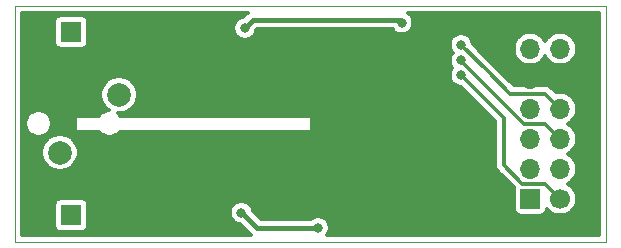
<source format=gbr>
%TF.GenerationSoftware,KiCad,Pcbnew,5.1.9*%
%TF.CreationDate,2021-02-16T17:41:26+03:00*%
%TF.ProjectId,dual-mcp3201-pmod,6475616c-2d6d-4637-9033-3230312d706d,rev?*%
%TF.SameCoordinates,PX4c4b400PY8583b00*%
%TF.FileFunction,Copper,L2,Bot*%
%TF.FilePolarity,Positive*%
%FSLAX46Y46*%
G04 Gerber Fmt 4.6, Leading zero omitted, Abs format (unit mm)*
G04 Created by KiCad (PCBNEW 5.1.9) date 2021-02-16 17:41:26*
%MOMM*%
%LPD*%
G01*
G04 APERTURE LIST*
%TA.AperFunction,Profile*%
%ADD10C,0.050000*%
%TD*%
%TA.AperFunction,ComponentPad*%
%ADD11O,1.700000X1.700000*%
%TD*%
%TA.AperFunction,ComponentPad*%
%ADD12R,1.700000X1.700000*%
%TD*%
%TA.AperFunction,ComponentPad*%
%ADD13C,1.700000*%
%TD*%
%TA.AperFunction,ComponentPad*%
%ADD14C,2.000000*%
%TD*%
%TA.AperFunction,ViaPad*%
%ADD15C,0.800000*%
%TD*%
%TA.AperFunction,Conductor*%
%ADD16C,0.400000*%
%TD*%
%TA.AperFunction,Conductor*%
%ADD17C,0.300000*%
%TD*%
%TA.AperFunction,Conductor*%
%ADD18C,0.350000*%
%TD*%
%TA.AperFunction,Conductor*%
%ADD19C,0.100000*%
%TD*%
G04 APERTURE END LIST*
D10*
X50000000Y20000000D02*
X0Y20000000D01*
X50000000Y0D02*
X50000000Y20000000D01*
X0Y0D02*
X50000000Y0D01*
X0Y20000000D02*
X0Y0D01*
D11*
%TO.P,X4,2*%
%TO.N,GND*%
X2210000Y17750000D03*
D12*
%TO.P,X4,1*%
%TO.N,Net-(C9-Pad2)*%
X4750000Y17750000D03*
%TD*%
D11*
%TO.P,X3,2*%
%TO.N,GND*%
X2210000Y2250000D03*
D12*
%TO.P,X3,1*%
%TO.N,Net-(C2-Pad2)*%
X4750000Y2250000D03*
%TD*%
D13*
%TO.P,X2,7*%
%TO.N,/CS_N1*%
X46170000Y3650000D03*
D12*
%TO.P,X2,1*%
%TO.N,/CS_N0*%
X43630000Y3650000D03*
D11*
%TO.P,X2,8*%
%TO.N,Net-(X2-Pad8)*%
X46170000Y6190000D03*
%TO.P,X2,2*%
%TO.N,Net-(X2-Pad2)*%
X43630000Y6190000D03*
%TO.P,X2,9*%
%TO.N,/MISO1*%
X46170000Y8730000D03*
%TO.P,X2,3*%
%TO.N,/MISO0*%
X43630000Y8730000D03*
%TO.P,X2,10*%
%TO.N,/SCLK1*%
X46170000Y11270000D03*
%TO.P,X2,4*%
%TO.N,/SCLK0*%
X43630000Y11270000D03*
%TO.P,X2,11*%
%TO.N,GND*%
X46170000Y13810000D03*
%TO.P,X2,5*%
X43630000Y13810000D03*
%TO.P,X2,12*%
%TO.N,+VDD_3.3V*%
X46170000Y16350000D03*
%TO.P,X2,6*%
X43630000Y16350000D03*
%TD*%
D14*
%TO.P,X1,3*%
%TO.N,Net-(C9-Pad2)*%
X8800000Y12450000D03*
%TO.P,X1,2*%
%TO.N,Net-(C2-Pad2)*%
X3800000Y7550000D03*
%TO.P,X1,1*%
%TO.N,GND*%
X2000000Y12450000D03*
%TD*%
D15*
%TO.N,Net-(C1-Pad2)*%
X25670000Y1190000D03*
X19170000Y2470000D03*
%TO.N,GND*%
X41350000Y1200000D03*
X11700000Y18650000D03*
X11700000Y8400000D03*
X11700000Y11600000D03*
X38750000Y8450000D03*
X30250000Y7500000D03*
X35250000Y8500000D03*
X29095000Y14095000D03*
X19450000Y6250000D03*
X19450000Y16750000D03*
X26250000Y14750000D03*
X26250000Y9300000D03*
X29050000Y1600000D03*
X23700000Y3375000D03*
X17750000Y4800000D03*
X17750000Y15050000D03*
X23700000Y13640000D03*
X41799998Y18250000D03*
%TO.N,/SCLK1*%
X37775000Y16675000D03*
%TO.N,/MISO1*%
X37775000Y15350000D03*
%TO.N,/CS_N1*%
X37775000Y14100000D03*
%TO.N,Net-(C8-Pad2)*%
X19460000Y18070000D03*
X32740000Y18560000D03*
%TD*%
D16*
%TO.N,Net-(C1-Pad2)*%
X19180000Y2470000D02*
X19170000Y2470000D01*
X20460000Y1190000D02*
X19180000Y2470000D01*
X25670000Y1190000D02*
X20460000Y1190000D01*
%TO.N,/SCLK1*%
X37775000Y16675000D02*
X37845000Y16675000D01*
D17*
X40020000Y14430000D02*
X37775000Y16675000D01*
X44900000Y12540000D02*
X41910000Y12540000D01*
X41910000Y12540000D02*
X40020000Y14430000D01*
X46170000Y11270000D02*
X44900000Y12540000D01*
%TO.N,/MISO1*%
X37775000Y15275000D02*
X37775000Y15350000D01*
X43050000Y10000000D02*
X37775000Y15275000D01*
X44900000Y10000000D02*
X43050000Y10000000D01*
X46170000Y8730000D02*
X44900000Y10000000D01*
D16*
%TO.N,/CS_N1*%
X46050002Y3650000D02*
X46170000Y3650000D01*
D17*
X41370000Y10500000D02*
X41370000Y6470000D01*
X37775000Y14095000D02*
X41370000Y10500000D01*
X37775000Y14100000D02*
X37775000Y14095000D01*
X44890000Y4930000D02*
X46170000Y3650000D01*
X42910000Y4930000D02*
X44890000Y4930000D01*
X41370000Y6470000D02*
X42910000Y4930000D01*
D16*
%TO.N,Net-(C8-Pad2)*%
X32550000Y18750000D02*
X20140000Y18750000D01*
X20140000Y18750000D02*
X19460000Y18070000D01*
X32740000Y18560000D02*
X32550000Y18750000D01*
%TD*%
D18*
%TO.N,GND*%
X19707349Y19397506D02*
X19664888Y19362658D01*
X19589341Y19300659D01*
X19565072Y19271087D01*
X19332782Y19038796D01*
X19175603Y19007532D01*
X18998164Y18934034D01*
X18838473Y18827332D01*
X18702668Y18691527D01*
X18595966Y18531836D01*
X18522468Y18354397D01*
X18485000Y18166029D01*
X18485000Y17973971D01*
X18522468Y17785603D01*
X18595966Y17608164D01*
X18702668Y17448473D01*
X18838473Y17312668D01*
X18998164Y17205966D01*
X19175603Y17132468D01*
X19363971Y17095000D01*
X19556029Y17095000D01*
X19744397Y17132468D01*
X19921836Y17205966D01*
X20081527Y17312668D01*
X20217332Y17448473D01*
X20324034Y17608164D01*
X20397532Y17785603D01*
X20428796Y17942782D01*
X20461015Y17975000D01*
X31958261Y17975000D01*
X31982668Y17938473D01*
X32118473Y17802668D01*
X32278164Y17695966D01*
X32455603Y17622468D01*
X32643971Y17585000D01*
X32836029Y17585000D01*
X33024397Y17622468D01*
X33201836Y17695966D01*
X33361527Y17802668D01*
X33497332Y17938473D01*
X33604034Y18098164D01*
X33677532Y18275603D01*
X33715000Y18463971D01*
X33715000Y18656029D01*
X33677532Y18844397D01*
X33604034Y19021836D01*
X33497332Y19181527D01*
X33361527Y19317332D01*
X33237805Y19400000D01*
X49400001Y19400000D01*
X49400000Y600000D01*
X26448398Y600000D01*
X26534034Y728164D01*
X26607532Y905603D01*
X26645000Y1093971D01*
X26645000Y1286029D01*
X26607532Y1474397D01*
X26534034Y1651836D01*
X26427332Y1811527D01*
X26291527Y1947332D01*
X26131836Y2054034D01*
X25954397Y2127532D01*
X25766029Y2165000D01*
X25573971Y2165000D01*
X25385603Y2127532D01*
X25208164Y2054034D01*
X25074915Y1965000D01*
X20781015Y1965000D01*
X20136313Y2609701D01*
X20107532Y2754397D01*
X20034034Y2931836D01*
X19927332Y3091527D01*
X19791527Y3227332D01*
X19631836Y3334034D01*
X19454397Y3407532D01*
X19266029Y3445000D01*
X19073971Y3445000D01*
X18885603Y3407532D01*
X18708164Y3334034D01*
X18548473Y3227332D01*
X18412668Y3091527D01*
X18305966Y2931836D01*
X18232468Y2754397D01*
X18195000Y2566029D01*
X18195000Y2373971D01*
X18232468Y2185603D01*
X18305966Y2008164D01*
X18412668Y1848473D01*
X18548473Y1712668D01*
X18708164Y1605966D01*
X18885603Y1532468D01*
X19055265Y1498721D01*
X19885072Y668913D01*
X19909341Y639341D01*
X19957278Y600000D01*
X600000Y600000D01*
X600000Y3100000D01*
X3322218Y3100000D01*
X3322218Y1400000D01*
X3333320Y1287280D01*
X3366199Y1178892D01*
X3419592Y1079002D01*
X3491446Y991446D01*
X3579002Y919592D01*
X3678892Y866199D01*
X3787280Y833320D01*
X3900000Y822218D01*
X5600000Y822218D01*
X5712720Y833320D01*
X5821108Y866199D01*
X5920998Y919592D01*
X6008554Y991446D01*
X6080408Y1079002D01*
X6133801Y1178892D01*
X6166680Y1287280D01*
X6177782Y1400000D01*
X6177782Y3100000D01*
X6166680Y3212720D01*
X6133801Y3321108D01*
X6080408Y3420998D01*
X6008554Y3508554D01*
X5920998Y3580408D01*
X5821108Y3633801D01*
X5712720Y3666680D01*
X5600000Y3677782D01*
X3900000Y3677782D01*
X3787280Y3666680D01*
X3678892Y3633801D01*
X3579002Y3580408D01*
X3491446Y3508554D01*
X3419592Y3420998D01*
X3366199Y3321108D01*
X3333320Y3212720D01*
X3322218Y3100000D01*
X600000Y3100000D01*
X600000Y7705124D01*
X2225000Y7705124D01*
X2225000Y7394876D01*
X2285526Y7090589D01*
X2404253Y6803958D01*
X2576617Y6545996D01*
X2795996Y6326617D01*
X3053958Y6154253D01*
X3340589Y6035526D01*
X3644876Y5975000D01*
X3955124Y5975000D01*
X4259411Y6035526D01*
X4546042Y6154253D01*
X4804004Y6326617D01*
X5023383Y6545996D01*
X5195747Y6803958D01*
X5314474Y7090589D01*
X5375000Y7394876D01*
X5375000Y7705124D01*
X5314474Y8009411D01*
X5195747Y8296042D01*
X5023383Y8554004D01*
X4804004Y8773383D01*
X4546042Y8945747D01*
X4259411Y9064474D01*
X3955124Y9125000D01*
X3644876Y9125000D01*
X3340589Y9064474D01*
X3053958Y8945747D01*
X2795996Y8773383D01*
X2576617Y8554004D01*
X2404253Y8296042D01*
X2285526Y8009411D01*
X2225000Y7705124D01*
X600000Y7705124D01*
X600000Y10110803D01*
X875000Y10110803D01*
X875000Y9889197D01*
X918233Y9671850D01*
X1003038Y9467113D01*
X1126156Y9282855D01*
X1282855Y9126156D01*
X1467113Y9003038D01*
X1671850Y8918233D01*
X1889197Y8875000D01*
X2110803Y8875000D01*
X2328150Y8918233D01*
X2532887Y9003038D01*
X2717145Y9126156D01*
X2873844Y9282855D01*
X2996962Y9467113D01*
X3081767Y9671850D01*
X3125000Y9889197D01*
X3125000Y10110803D01*
X3081767Y10328150D01*
X3010585Y10500000D01*
X5075000Y10500000D01*
X5075000Y9500000D01*
X5078363Y9465859D01*
X5088321Y9433030D01*
X5104493Y9402775D01*
X5126256Y9376256D01*
X5152775Y9354493D01*
X5183030Y9338321D01*
X5215859Y9328363D01*
X5250000Y9325000D01*
X7097995Y9325000D01*
X7126156Y9282855D01*
X7282855Y9126156D01*
X7467113Y9003038D01*
X7671850Y8918233D01*
X7889197Y8875000D01*
X8110803Y8875000D01*
X8328150Y8918233D01*
X8532887Y9003038D01*
X8717145Y9126156D01*
X8873844Y9282855D01*
X8902005Y9325000D01*
X25000000Y9325000D01*
X25034141Y9328363D01*
X25066970Y9338321D01*
X25097225Y9354493D01*
X25123744Y9376256D01*
X25145507Y9402775D01*
X25161679Y9433030D01*
X25171637Y9465859D01*
X25175000Y9500000D01*
X25175000Y10500000D01*
X25171637Y10534141D01*
X25161679Y10566970D01*
X25145507Y10597225D01*
X25123744Y10623744D01*
X25097225Y10645507D01*
X25066970Y10661679D01*
X25034141Y10671637D01*
X25000000Y10675000D01*
X8902005Y10675000D01*
X8873844Y10717145D01*
X8717145Y10873844D01*
X8715415Y10875000D01*
X8955124Y10875000D01*
X9259411Y10935526D01*
X9546042Y11054253D01*
X9804004Y11226617D01*
X10023383Y11445996D01*
X10195747Y11703958D01*
X10314474Y11990589D01*
X10375000Y12294876D01*
X10375000Y12605124D01*
X10314474Y12909411D01*
X10195747Y13196042D01*
X10023383Y13454004D01*
X9804004Y13673383D01*
X9546042Y13845747D01*
X9259411Y13964474D01*
X8955124Y14025000D01*
X8644876Y14025000D01*
X8340589Y13964474D01*
X8053958Y13845747D01*
X7795996Y13673383D01*
X7576617Y13454004D01*
X7404253Y13196042D01*
X7285526Y12909411D01*
X7225000Y12605124D01*
X7225000Y12294876D01*
X7285526Y11990589D01*
X7404253Y11703958D01*
X7576617Y11445996D01*
X7795996Y11226617D01*
X7948077Y11125000D01*
X7889197Y11125000D01*
X7671850Y11081767D01*
X7467113Y10996962D01*
X7282855Y10873844D01*
X7126156Y10717145D01*
X7097995Y10675000D01*
X5250000Y10675000D01*
X5215859Y10671637D01*
X5183030Y10661679D01*
X5152775Y10645507D01*
X5126256Y10623744D01*
X5104493Y10597225D01*
X5088321Y10566970D01*
X5078363Y10534141D01*
X5075000Y10500000D01*
X3010585Y10500000D01*
X2996962Y10532887D01*
X2873844Y10717145D01*
X2717145Y10873844D01*
X2532887Y10996962D01*
X2328150Y11081767D01*
X2110803Y11125000D01*
X1889197Y11125000D01*
X1671850Y11081767D01*
X1467113Y10996962D01*
X1282855Y10873844D01*
X1126156Y10717145D01*
X1003038Y10532887D01*
X918233Y10328150D01*
X875000Y10110803D01*
X600000Y10110803D01*
X600000Y18600000D01*
X3322218Y18600000D01*
X3322218Y16900000D01*
X3333320Y16787280D01*
X3366199Y16678892D01*
X3419592Y16579002D01*
X3491446Y16491446D01*
X3579002Y16419592D01*
X3678892Y16366199D01*
X3787280Y16333320D01*
X3900000Y16322218D01*
X5600000Y16322218D01*
X5712720Y16333320D01*
X5821108Y16366199D01*
X5920998Y16419592D01*
X6008554Y16491446D01*
X6080408Y16579002D01*
X6133801Y16678892D01*
X6161750Y16771029D01*
X36800000Y16771029D01*
X36800000Y16578971D01*
X36837468Y16390603D01*
X36910966Y16213164D01*
X37017668Y16053473D01*
X37058641Y16012500D01*
X37017668Y15971527D01*
X36910966Y15811836D01*
X36837468Y15634397D01*
X36800000Y15446029D01*
X36800000Y15253971D01*
X36837468Y15065603D01*
X36910966Y14888164D01*
X37017668Y14728473D01*
X37021141Y14725000D01*
X37017668Y14721527D01*
X36910966Y14561836D01*
X36837468Y14384397D01*
X36800000Y14196029D01*
X36800000Y14003971D01*
X36837468Y13815603D01*
X36910966Y13638164D01*
X37017668Y13478473D01*
X37153473Y13342668D01*
X37313164Y13235966D01*
X37490603Y13162468D01*
X37678971Y13125000D01*
X37719696Y13125000D01*
X40645000Y10199695D01*
X40645001Y6505607D01*
X40641494Y6470000D01*
X40655492Y6327876D01*
X40696947Y6191213D01*
X40764269Y6065264D01*
X40832170Y5982526D01*
X40832173Y5982523D01*
X40854869Y5954868D01*
X40882523Y5932173D01*
X42212303Y4602392D01*
X42202218Y4500000D01*
X42202218Y2800000D01*
X42213320Y2687280D01*
X42246199Y2578892D01*
X42299592Y2479002D01*
X42371446Y2391446D01*
X42459002Y2319592D01*
X42558892Y2266199D01*
X42667280Y2233320D01*
X42780000Y2222218D01*
X44480000Y2222218D01*
X44592720Y2233320D01*
X44701108Y2266199D01*
X44800998Y2319592D01*
X44888554Y2391446D01*
X44960408Y2479002D01*
X45013801Y2578892D01*
X45046680Y2687280D01*
X45053457Y2756091D01*
X45063130Y2741615D01*
X45261615Y2543130D01*
X45495009Y2387181D01*
X45754343Y2279762D01*
X46029650Y2225000D01*
X46310350Y2225000D01*
X46585657Y2279762D01*
X46844991Y2387181D01*
X47078385Y2543130D01*
X47276870Y2741615D01*
X47432819Y2975009D01*
X47540238Y3234343D01*
X47595000Y3509650D01*
X47595000Y3790350D01*
X47540238Y4065657D01*
X47432819Y4324991D01*
X47276870Y4558385D01*
X47078385Y4756870D01*
X46844991Y4912819D01*
X46827654Y4920000D01*
X46844991Y4927181D01*
X47078385Y5083130D01*
X47276870Y5281615D01*
X47432819Y5515009D01*
X47540238Y5774343D01*
X47595000Y6049650D01*
X47595000Y6330350D01*
X47540238Y6605657D01*
X47432819Y6864991D01*
X47276870Y7098385D01*
X47078385Y7296870D01*
X46844991Y7452819D01*
X46827654Y7460000D01*
X46844991Y7467181D01*
X47078385Y7623130D01*
X47276870Y7821615D01*
X47432819Y8055009D01*
X47540238Y8314343D01*
X47595000Y8589650D01*
X47595000Y8870350D01*
X47540238Y9145657D01*
X47432819Y9404991D01*
X47276870Y9638385D01*
X47078385Y9836870D01*
X46844991Y9992819D01*
X46827654Y10000000D01*
X46844991Y10007181D01*
X47078385Y10163130D01*
X47276870Y10361615D01*
X47432819Y10595009D01*
X47540238Y10854343D01*
X47595000Y11129650D01*
X47595000Y11410350D01*
X47540238Y11685657D01*
X47432819Y11944991D01*
X47276870Y12178385D01*
X47078385Y12376870D01*
X46844991Y12532819D01*
X46585657Y12640238D01*
X46310350Y12695000D01*
X46029650Y12695000D01*
X45813333Y12651972D01*
X45437832Y13027472D01*
X45415132Y13055132D01*
X45304737Y13145731D01*
X45178788Y13213053D01*
X45042125Y13254509D01*
X44935607Y13265000D01*
X44935597Y13265000D01*
X44900000Y13268506D01*
X44864403Y13265000D01*
X42210305Y13265000D01*
X40557834Y14917470D01*
X40557830Y14917475D01*
X38984955Y16490350D01*
X42205000Y16490350D01*
X42205000Y16209650D01*
X42259762Y15934343D01*
X42367181Y15675009D01*
X42523130Y15441615D01*
X42721615Y15243130D01*
X42955009Y15087181D01*
X43214343Y14979762D01*
X43489650Y14925000D01*
X43770350Y14925000D01*
X44045657Y14979762D01*
X44304991Y15087181D01*
X44538385Y15243130D01*
X44736870Y15441615D01*
X44892819Y15675009D01*
X44900000Y15692346D01*
X44907181Y15675009D01*
X45063130Y15441615D01*
X45261615Y15243130D01*
X45495009Y15087181D01*
X45754343Y14979762D01*
X46029650Y14925000D01*
X46310350Y14925000D01*
X46585657Y14979762D01*
X46844991Y15087181D01*
X47078385Y15243130D01*
X47276870Y15441615D01*
X47432819Y15675009D01*
X47540238Y15934343D01*
X47595000Y16209650D01*
X47595000Y16490350D01*
X47540238Y16765657D01*
X47432819Y17024991D01*
X47276870Y17258385D01*
X47078385Y17456870D01*
X46844991Y17612819D01*
X46585657Y17720238D01*
X46310350Y17775000D01*
X46029650Y17775000D01*
X45754343Y17720238D01*
X45495009Y17612819D01*
X45261615Y17456870D01*
X45063130Y17258385D01*
X44907181Y17024991D01*
X44900000Y17007654D01*
X44892819Y17024991D01*
X44736870Y17258385D01*
X44538385Y17456870D01*
X44304991Y17612819D01*
X44045657Y17720238D01*
X43770350Y17775000D01*
X43489650Y17775000D01*
X43214343Y17720238D01*
X42955009Y17612819D01*
X42721615Y17456870D01*
X42523130Y17258385D01*
X42367181Y17024991D01*
X42259762Y16765657D01*
X42205000Y16490350D01*
X38984955Y16490350D01*
X38750000Y16725304D01*
X38750000Y16771029D01*
X38712532Y16959397D01*
X38639034Y17136836D01*
X38532332Y17296527D01*
X38396527Y17432332D01*
X38236836Y17539034D01*
X38059397Y17612532D01*
X37871029Y17650000D01*
X37678971Y17650000D01*
X37490603Y17612532D01*
X37313164Y17539034D01*
X37153473Y17432332D01*
X37017668Y17296527D01*
X36910966Y17136836D01*
X36837468Y16959397D01*
X36800000Y16771029D01*
X6161750Y16771029D01*
X6166680Y16787280D01*
X6177782Y16900000D01*
X6177782Y18600000D01*
X6166680Y18712720D01*
X6133801Y18821108D01*
X6080408Y18920998D01*
X6008554Y19008554D01*
X5920998Y19080408D01*
X5821108Y19133801D01*
X5712720Y19166680D01*
X5600000Y19177782D01*
X3900000Y19177782D01*
X3787280Y19166680D01*
X3678892Y19133801D01*
X3579002Y19080408D01*
X3491446Y19008554D01*
X3419592Y18920998D01*
X3366199Y18821108D01*
X3333320Y18712720D01*
X3322218Y18600000D01*
X600000Y18600000D01*
X600000Y19400000D01*
X19712015Y19400000D01*
X19707349Y19397506D01*
%TA.AperFunction,Conductor*%
D19*
G36*
X19707349Y19397506D02*
G01*
X19664888Y19362658D01*
X19589341Y19300659D01*
X19565072Y19271087D01*
X19332782Y19038796D01*
X19175603Y19007532D01*
X18998164Y18934034D01*
X18838473Y18827332D01*
X18702668Y18691527D01*
X18595966Y18531836D01*
X18522468Y18354397D01*
X18485000Y18166029D01*
X18485000Y17973971D01*
X18522468Y17785603D01*
X18595966Y17608164D01*
X18702668Y17448473D01*
X18838473Y17312668D01*
X18998164Y17205966D01*
X19175603Y17132468D01*
X19363971Y17095000D01*
X19556029Y17095000D01*
X19744397Y17132468D01*
X19921836Y17205966D01*
X20081527Y17312668D01*
X20217332Y17448473D01*
X20324034Y17608164D01*
X20397532Y17785603D01*
X20428796Y17942782D01*
X20461015Y17975000D01*
X31958261Y17975000D01*
X31982668Y17938473D01*
X32118473Y17802668D01*
X32278164Y17695966D01*
X32455603Y17622468D01*
X32643971Y17585000D01*
X32836029Y17585000D01*
X33024397Y17622468D01*
X33201836Y17695966D01*
X33361527Y17802668D01*
X33497332Y17938473D01*
X33604034Y18098164D01*
X33677532Y18275603D01*
X33715000Y18463971D01*
X33715000Y18656029D01*
X33677532Y18844397D01*
X33604034Y19021836D01*
X33497332Y19181527D01*
X33361527Y19317332D01*
X33237805Y19400000D01*
X49400001Y19400000D01*
X49400000Y600000D01*
X26448398Y600000D01*
X26534034Y728164D01*
X26607532Y905603D01*
X26645000Y1093971D01*
X26645000Y1286029D01*
X26607532Y1474397D01*
X26534034Y1651836D01*
X26427332Y1811527D01*
X26291527Y1947332D01*
X26131836Y2054034D01*
X25954397Y2127532D01*
X25766029Y2165000D01*
X25573971Y2165000D01*
X25385603Y2127532D01*
X25208164Y2054034D01*
X25074915Y1965000D01*
X20781015Y1965000D01*
X20136313Y2609701D01*
X20107532Y2754397D01*
X20034034Y2931836D01*
X19927332Y3091527D01*
X19791527Y3227332D01*
X19631836Y3334034D01*
X19454397Y3407532D01*
X19266029Y3445000D01*
X19073971Y3445000D01*
X18885603Y3407532D01*
X18708164Y3334034D01*
X18548473Y3227332D01*
X18412668Y3091527D01*
X18305966Y2931836D01*
X18232468Y2754397D01*
X18195000Y2566029D01*
X18195000Y2373971D01*
X18232468Y2185603D01*
X18305966Y2008164D01*
X18412668Y1848473D01*
X18548473Y1712668D01*
X18708164Y1605966D01*
X18885603Y1532468D01*
X19055265Y1498721D01*
X19885072Y668913D01*
X19909341Y639341D01*
X19957278Y600000D01*
X600000Y600000D01*
X600000Y3100000D01*
X3322218Y3100000D01*
X3322218Y1400000D01*
X3333320Y1287280D01*
X3366199Y1178892D01*
X3419592Y1079002D01*
X3491446Y991446D01*
X3579002Y919592D01*
X3678892Y866199D01*
X3787280Y833320D01*
X3900000Y822218D01*
X5600000Y822218D01*
X5712720Y833320D01*
X5821108Y866199D01*
X5920998Y919592D01*
X6008554Y991446D01*
X6080408Y1079002D01*
X6133801Y1178892D01*
X6166680Y1287280D01*
X6177782Y1400000D01*
X6177782Y3100000D01*
X6166680Y3212720D01*
X6133801Y3321108D01*
X6080408Y3420998D01*
X6008554Y3508554D01*
X5920998Y3580408D01*
X5821108Y3633801D01*
X5712720Y3666680D01*
X5600000Y3677782D01*
X3900000Y3677782D01*
X3787280Y3666680D01*
X3678892Y3633801D01*
X3579002Y3580408D01*
X3491446Y3508554D01*
X3419592Y3420998D01*
X3366199Y3321108D01*
X3333320Y3212720D01*
X3322218Y3100000D01*
X600000Y3100000D01*
X600000Y7705124D01*
X2225000Y7705124D01*
X2225000Y7394876D01*
X2285526Y7090589D01*
X2404253Y6803958D01*
X2576617Y6545996D01*
X2795996Y6326617D01*
X3053958Y6154253D01*
X3340589Y6035526D01*
X3644876Y5975000D01*
X3955124Y5975000D01*
X4259411Y6035526D01*
X4546042Y6154253D01*
X4804004Y6326617D01*
X5023383Y6545996D01*
X5195747Y6803958D01*
X5314474Y7090589D01*
X5375000Y7394876D01*
X5375000Y7705124D01*
X5314474Y8009411D01*
X5195747Y8296042D01*
X5023383Y8554004D01*
X4804004Y8773383D01*
X4546042Y8945747D01*
X4259411Y9064474D01*
X3955124Y9125000D01*
X3644876Y9125000D01*
X3340589Y9064474D01*
X3053958Y8945747D01*
X2795996Y8773383D01*
X2576617Y8554004D01*
X2404253Y8296042D01*
X2285526Y8009411D01*
X2225000Y7705124D01*
X600000Y7705124D01*
X600000Y10110803D01*
X875000Y10110803D01*
X875000Y9889197D01*
X918233Y9671850D01*
X1003038Y9467113D01*
X1126156Y9282855D01*
X1282855Y9126156D01*
X1467113Y9003038D01*
X1671850Y8918233D01*
X1889197Y8875000D01*
X2110803Y8875000D01*
X2328150Y8918233D01*
X2532887Y9003038D01*
X2717145Y9126156D01*
X2873844Y9282855D01*
X2996962Y9467113D01*
X3081767Y9671850D01*
X3125000Y9889197D01*
X3125000Y10110803D01*
X3081767Y10328150D01*
X3010585Y10500000D01*
X5075000Y10500000D01*
X5075000Y9500000D01*
X5078363Y9465859D01*
X5088321Y9433030D01*
X5104493Y9402775D01*
X5126256Y9376256D01*
X5152775Y9354493D01*
X5183030Y9338321D01*
X5215859Y9328363D01*
X5250000Y9325000D01*
X7097995Y9325000D01*
X7126156Y9282855D01*
X7282855Y9126156D01*
X7467113Y9003038D01*
X7671850Y8918233D01*
X7889197Y8875000D01*
X8110803Y8875000D01*
X8328150Y8918233D01*
X8532887Y9003038D01*
X8717145Y9126156D01*
X8873844Y9282855D01*
X8902005Y9325000D01*
X25000000Y9325000D01*
X25034141Y9328363D01*
X25066970Y9338321D01*
X25097225Y9354493D01*
X25123744Y9376256D01*
X25145507Y9402775D01*
X25161679Y9433030D01*
X25171637Y9465859D01*
X25175000Y9500000D01*
X25175000Y10500000D01*
X25171637Y10534141D01*
X25161679Y10566970D01*
X25145507Y10597225D01*
X25123744Y10623744D01*
X25097225Y10645507D01*
X25066970Y10661679D01*
X25034141Y10671637D01*
X25000000Y10675000D01*
X8902005Y10675000D01*
X8873844Y10717145D01*
X8717145Y10873844D01*
X8715415Y10875000D01*
X8955124Y10875000D01*
X9259411Y10935526D01*
X9546042Y11054253D01*
X9804004Y11226617D01*
X10023383Y11445996D01*
X10195747Y11703958D01*
X10314474Y11990589D01*
X10375000Y12294876D01*
X10375000Y12605124D01*
X10314474Y12909411D01*
X10195747Y13196042D01*
X10023383Y13454004D01*
X9804004Y13673383D01*
X9546042Y13845747D01*
X9259411Y13964474D01*
X8955124Y14025000D01*
X8644876Y14025000D01*
X8340589Y13964474D01*
X8053958Y13845747D01*
X7795996Y13673383D01*
X7576617Y13454004D01*
X7404253Y13196042D01*
X7285526Y12909411D01*
X7225000Y12605124D01*
X7225000Y12294876D01*
X7285526Y11990589D01*
X7404253Y11703958D01*
X7576617Y11445996D01*
X7795996Y11226617D01*
X7948077Y11125000D01*
X7889197Y11125000D01*
X7671850Y11081767D01*
X7467113Y10996962D01*
X7282855Y10873844D01*
X7126156Y10717145D01*
X7097995Y10675000D01*
X5250000Y10675000D01*
X5215859Y10671637D01*
X5183030Y10661679D01*
X5152775Y10645507D01*
X5126256Y10623744D01*
X5104493Y10597225D01*
X5088321Y10566970D01*
X5078363Y10534141D01*
X5075000Y10500000D01*
X3010585Y10500000D01*
X2996962Y10532887D01*
X2873844Y10717145D01*
X2717145Y10873844D01*
X2532887Y10996962D01*
X2328150Y11081767D01*
X2110803Y11125000D01*
X1889197Y11125000D01*
X1671850Y11081767D01*
X1467113Y10996962D01*
X1282855Y10873844D01*
X1126156Y10717145D01*
X1003038Y10532887D01*
X918233Y10328150D01*
X875000Y10110803D01*
X600000Y10110803D01*
X600000Y18600000D01*
X3322218Y18600000D01*
X3322218Y16900000D01*
X3333320Y16787280D01*
X3366199Y16678892D01*
X3419592Y16579002D01*
X3491446Y16491446D01*
X3579002Y16419592D01*
X3678892Y16366199D01*
X3787280Y16333320D01*
X3900000Y16322218D01*
X5600000Y16322218D01*
X5712720Y16333320D01*
X5821108Y16366199D01*
X5920998Y16419592D01*
X6008554Y16491446D01*
X6080408Y16579002D01*
X6133801Y16678892D01*
X6161750Y16771029D01*
X36800000Y16771029D01*
X36800000Y16578971D01*
X36837468Y16390603D01*
X36910966Y16213164D01*
X37017668Y16053473D01*
X37058641Y16012500D01*
X37017668Y15971527D01*
X36910966Y15811836D01*
X36837468Y15634397D01*
X36800000Y15446029D01*
X36800000Y15253971D01*
X36837468Y15065603D01*
X36910966Y14888164D01*
X37017668Y14728473D01*
X37021141Y14725000D01*
X37017668Y14721527D01*
X36910966Y14561836D01*
X36837468Y14384397D01*
X36800000Y14196029D01*
X36800000Y14003971D01*
X36837468Y13815603D01*
X36910966Y13638164D01*
X37017668Y13478473D01*
X37153473Y13342668D01*
X37313164Y13235966D01*
X37490603Y13162468D01*
X37678971Y13125000D01*
X37719696Y13125000D01*
X40645000Y10199695D01*
X40645001Y6505607D01*
X40641494Y6470000D01*
X40655492Y6327876D01*
X40696947Y6191213D01*
X40764269Y6065264D01*
X40832170Y5982526D01*
X40832173Y5982523D01*
X40854869Y5954868D01*
X40882523Y5932173D01*
X42212303Y4602392D01*
X42202218Y4500000D01*
X42202218Y2800000D01*
X42213320Y2687280D01*
X42246199Y2578892D01*
X42299592Y2479002D01*
X42371446Y2391446D01*
X42459002Y2319592D01*
X42558892Y2266199D01*
X42667280Y2233320D01*
X42780000Y2222218D01*
X44480000Y2222218D01*
X44592720Y2233320D01*
X44701108Y2266199D01*
X44800998Y2319592D01*
X44888554Y2391446D01*
X44960408Y2479002D01*
X45013801Y2578892D01*
X45046680Y2687280D01*
X45053457Y2756091D01*
X45063130Y2741615D01*
X45261615Y2543130D01*
X45495009Y2387181D01*
X45754343Y2279762D01*
X46029650Y2225000D01*
X46310350Y2225000D01*
X46585657Y2279762D01*
X46844991Y2387181D01*
X47078385Y2543130D01*
X47276870Y2741615D01*
X47432819Y2975009D01*
X47540238Y3234343D01*
X47595000Y3509650D01*
X47595000Y3790350D01*
X47540238Y4065657D01*
X47432819Y4324991D01*
X47276870Y4558385D01*
X47078385Y4756870D01*
X46844991Y4912819D01*
X46827654Y4920000D01*
X46844991Y4927181D01*
X47078385Y5083130D01*
X47276870Y5281615D01*
X47432819Y5515009D01*
X47540238Y5774343D01*
X47595000Y6049650D01*
X47595000Y6330350D01*
X47540238Y6605657D01*
X47432819Y6864991D01*
X47276870Y7098385D01*
X47078385Y7296870D01*
X46844991Y7452819D01*
X46827654Y7460000D01*
X46844991Y7467181D01*
X47078385Y7623130D01*
X47276870Y7821615D01*
X47432819Y8055009D01*
X47540238Y8314343D01*
X47595000Y8589650D01*
X47595000Y8870350D01*
X47540238Y9145657D01*
X47432819Y9404991D01*
X47276870Y9638385D01*
X47078385Y9836870D01*
X46844991Y9992819D01*
X46827654Y10000000D01*
X46844991Y10007181D01*
X47078385Y10163130D01*
X47276870Y10361615D01*
X47432819Y10595009D01*
X47540238Y10854343D01*
X47595000Y11129650D01*
X47595000Y11410350D01*
X47540238Y11685657D01*
X47432819Y11944991D01*
X47276870Y12178385D01*
X47078385Y12376870D01*
X46844991Y12532819D01*
X46585657Y12640238D01*
X46310350Y12695000D01*
X46029650Y12695000D01*
X45813333Y12651972D01*
X45437832Y13027472D01*
X45415132Y13055132D01*
X45304737Y13145731D01*
X45178788Y13213053D01*
X45042125Y13254509D01*
X44935607Y13265000D01*
X44935597Y13265000D01*
X44900000Y13268506D01*
X44864403Y13265000D01*
X42210305Y13265000D01*
X40557834Y14917470D01*
X40557830Y14917475D01*
X38984955Y16490350D01*
X42205000Y16490350D01*
X42205000Y16209650D01*
X42259762Y15934343D01*
X42367181Y15675009D01*
X42523130Y15441615D01*
X42721615Y15243130D01*
X42955009Y15087181D01*
X43214343Y14979762D01*
X43489650Y14925000D01*
X43770350Y14925000D01*
X44045657Y14979762D01*
X44304991Y15087181D01*
X44538385Y15243130D01*
X44736870Y15441615D01*
X44892819Y15675009D01*
X44900000Y15692346D01*
X44907181Y15675009D01*
X45063130Y15441615D01*
X45261615Y15243130D01*
X45495009Y15087181D01*
X45754343Y14979762D01*
X46029650Y14925000D01*
X46310350Y14925000D01*
X46585657Y14979762D01*
X46844991Y15087181D01*
X47078385Y15243130D01*
X47276870Y15441615D01*
X47432819Y15675009D01*
X47540238Y15934343D01*
X47595000Y16209650D01*
X47595000Y16490350D01*
X47540238Y16765657D01*
X47432819Y17024991D01*
X47276870Y17258385D01*
X47078385Y17456870D01*
X46844991Y17612819D01*
X46585657Y17720238D01*
X46310350Y17775000D01*
X46029650Y17775000D01*
X45754343Y17720238D01*
X45495009Y17612819D01*
X45261615Y17456870D01*
X45063130Y17258385D01*
X44907181Y17024991D01*
X44900000Y17007654D01*
X44892819Y17024991D01*
X44736870Y17258385D01*
X44538385Y17456870D01*
X44304991Y17612819D01*
X44045657Y17720238D01*
X43770350Y17775000D01*
X43489650Y17775000D01*
X43214343Y17720238D01*
X42955009Y17612819D01*
X42721615Y17456870D01*
X42523130Y17258385D01*
X42367181Y17024991D01*
X42259762Y16765657D01*
X42205000Y16490350D01*
X38984955Y16490350D01*
X38750000Y16725304D01*
X38750000Y16771029D01*
X38712532Y16959397D01*
X38639034Y17136836D01*
X38532332Y17296527D01*
X38396527Y17432332D01*
X38236836Y17539034D01*
X38059397Y17612532D01*
X37871029Y17650000D01*
X37678971Y17650000D01*
X37490603Y17612532D01*
X37313164Y17539034D01*
X37153473Y17432332D01*
X37017668Y17296527D01*
X36910966Y17136836D01*
X36837468Y16959397D01*
X36800000Y16771029D01*
X6161750Y16771029D01*
X6166680Y16787280D01*
X6177782Y16900000D01*
X6177782Y18600000D01*
X6166680Y18712720D01*
X6133801Y18821108D01*
X6080408Y18920998D01*
X6008554Y19008554D01*
X5920998Y19080408D01*
X5821108Y19133801D01*
X5712720Y19166680D01*
X5600000Y19177782D01*
X3900000Y19177782D01*
X3787280Y19166680D01*
X3678892Y19133801D01*
X3579002Y19080408D01*
X3491446Y19008554D01*
X3419592Y18920998D01*
X3366199Y18821108D01*
X3333320Y18712720D01*
X3322218Y18600000D01*
X600000Y18600000D01*
X600000Y19400000D01*
X19712015Y19400000D01*
X19707349Y19397506D01*
G37*
%TD.AperFunction*%
%TD*%
M02*

</source>
